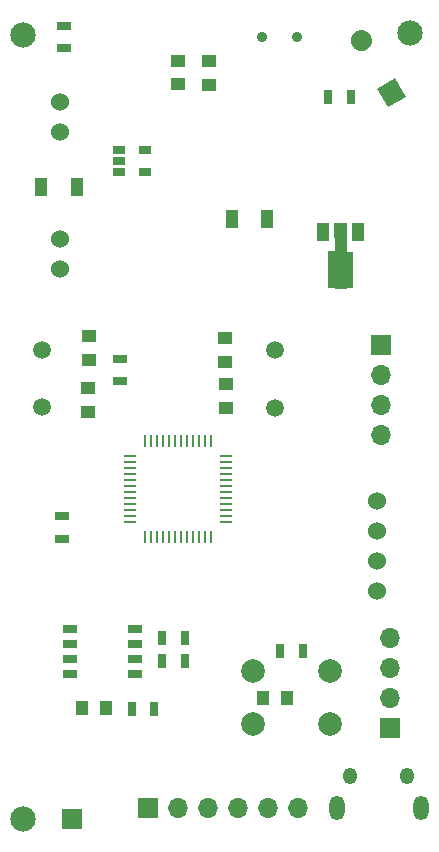
<source format=gbr>
G04 #@! TF.GenerationSoftware,KiCad,Pcbnew,5.1.6-c6e7f7d~87~ubuntu18.04.1*
G04 #@! TF.CreationDate,2021-04-09T16:44:34+05:30*
G04 #@! TF.ProjectId,Sensor_pcb_v4,53656e73-6f72-45f7-9063-625f76342e6b,rev?*
G04 #@! TF.SameCoordinates,Original*
G04 #@! TF.FileFunction,Soldermask,Bot*
G04 #@! TF.FilePolarity,Negative*
%FSLAX46Y46*%
G04 Gerber Fmt 4.6, Leading zero omitted, Abs format (unit mm)*
G04 Created by KiCad (PCBNEW 5.1.6-c6e7f7d~87~ubuntu18.04.1) date 2021-04-09 16:44:34*
%MOMM*%
%LPD*%
G01*
G04 APERTURE LIST*
%ADD10C,2.150000*%
%ADD11O,1.300000X2.100000*%
%ADD12O,1.200000X1.400000*%
%ADD13C,1.524000*%
%ADD14R,1.000000X1.500000*%
%ADD15C,0.100000*%
%ADD16R,1.700000X1.700000*%
%ADD17O,1.700000X1.700000*%
%ADD18R,1.000000X0.230000*%
%ADD19R,0.230000X1.000000*%
%ADD20C,0.900000*%
%ADD21R,1.300000X0.700000*%
%ADD22R,1.000000X1.600000*%
%ADD23R,1.000000X1.250000*%
%ADD24R,1.250000X1.000000*%
%ADD25R,0.700000X1.300000*%
%ADD26R,1.060000X0.650000*%
%ADD27C,1.500000*%
%ADD28C,2.000000*%
G04 APERTURE END LIST*
D10*
X25146000Y-87637600D03*
X57919600Y-21099800D03*
X25166300Y-21292800D03*
D11*
X51677600Y-86741000D03*
X58827600Y-86741000D03*
D12*
X52827600Y-83991000D03*
X57677600Y-83991000D03*
D13*
X28273100Y-26924300D03*
X28283100Y-29464300D03*
X28288400Y-38552500D03*
X28298400Y-41092500D03*
X55107500Y-60744100D03*
X55107500Y-63284100D03*
X55107500Y-65824100D03*
X55107500Y-68364100D03*
D14*
X50529400Y-37943700D03*
X53529400Y-37943700D03*
D15*
G36*
X51558949Y-37184620D02*
G01*
X51565211Y-37186266D01*
X51587513Y-37193700D01*
X52539400Y-37193700D01*
X52549155Y-37194661D01*
X52558534Y-37197506D01*
X52567179Y-37202127D01*
X52574755Y-37208345D01*
X52580973Y-37215921D01*
X52585594Y-37224566D01*
X52588439Y-37233945D01*
X52589400Y-37243700D01*
X52589400Y-39633700D01*
X53039400Y-39633700D01*
X53049155Y-39634661D01*
X53058534Y-39637506D01*
X53067179Y-39642127D01*
X53074755Y-39648345D01*
X53080973Y-39655921D01*
X53085594Y-39664566D01*
X53088439Y-39673945D01*
X53089400Y-39683531D01*
X53099400Y-42633531D01*
X53098472Y-42643288D01*
X53095659Y-42652677D01*
X53091067Y-42661337D01*
X53084875Y-42668935D01*
X53077319Y-42675179D01*
X53068691Y-42679829D01*
X53059321Y-42682706D01*
X53049400Y-42683700D01*
X52539400Y-42683700D01*
X52539400Y-42723700D01*
X51539400Y-42723700D01*
X51539400Y-42683700D01*
X50989400Y-42683700D01*
X50979645Y-42682739D01*
X50970266Y-42679894D01*
X50961621Y-42675273D01*
X50954045Y-42669055D01*
X50947827Y-42661479D01*
X50943206Y-42652834D01*
X50940361Y-42643455D01*
X50939400Y-42633700D01*
X50939400Y-39623700D01*
X50940361Y-39613945D01*
X50943206Y-39604566D01*
X50947827Y-39595921D01*
X50954045Y-39588345D01*
X50961621Y-39582127D01*
X50970266Y-39577506D01*
X50979645Y-39574661D01*
X50989400Y-39573700D01*
X51509190Y-39573700D01*
X51499400Y-37233909D01*
X51500320Y-37224151D01*
X51503126Y-37214759D01*
X51507711Y-37206096D01*
X51513897Y-37198493D01*
X51521448Y-37192243D01*
X51530073Y-37187586D01*
X51539440Y-37184702D01*
X51549191Y-37183700D01*
X51558949Y-37184620D01*
G37*
D16*
X35679400Y-86669900D03*
D17*
X38219400Y-86669900D03*
X40759400Y-86669900D03*
X43299400Y-86669900D03*
X45839400Y-86669900D03*
X48379400Y-86669900D03*
D18*
X42362100Y-57421800D03*
D19*
X41092100Y-63771800D03*
X40584100Y-63771800D03*
X40076100Y-63771800D03*
X39568100Y-63771800D03*
X39060100Y-63771800D03*
X38552100Y-63771800D03*
X38044100Y-63771800D03*
X37536100Y-63771800D03*
X37028100Y-63771800D03*
X36520100Y-63771800D03*
X36012100Y-63771800D03*
X35504100Y-63771800D03*
D18*
X34234100Y-62501800D03*
X34234100Y-61993800D03*
X34234100Y-60977800D03*
X34234100Y-60469800D03*
X34234100Y-59961800D03*
X34234100Y-59453800D03*
X34234100Y-58945800D03*
X34234100Y-58437800D03*
X34234100Y-57929800D03*
X34234100Y-57421800D03*
X34234100Y-56913800D03*
D19*
X36012100Y-55643800D03*
X36520100Y-55643800D03*
X37028100Y-55643800D03*
X37536100Y-55643800D03*
X38044100Y-55643800D03*
X38552100Y-55643800D03*
X39060100Y-55643800D03*
X39568100Y-55643800D03*
X40076100Y-55643800D03*
X40584100Y-55643800D03*
X41092100Y-55643800D03*
D18*
X42362100Y-56913800D03*
X42362100Y-57929800D03*
X42362100Y-58437800D03*
X42362100Y-58945800D03*
X42362100Y-59453800D03*
X42362100Y-59961800D03*
X42362100Y-60469800D03*
X42362100Y-60977800D03*
X42362100Y-61485800D03*
X42362100Y-61993800D03*
X42362100Y-62501800D03*
D19*
X35504100Y-55643800D03*
D18*
X34234100Y-61485800D03*
D20*
X45332500Y-21424900D03*
X48332500Y-21424900D03*
D21*
X28427700Y-63919100D03*
X28427700Y-62019100D03*
D16*
X56200000Y-79926200D03*
D17*
X56200000Y-77386200D03*
X56200000Y-74846200D03*
X56200000Y-72306200D03*
D22*
X29673700Y-34097000D03*
X26673700Y-34097000D03*
D16*
X29255700Y-87609700D03*
X55473600Y-47475100D03*
D17*
X55473600Y-50015100D03*
X55473600Y-52555100D03*
X55473600Y-55095100D03*
D23*
X47443900Y-77355700D03*
X45443900Y-77355700D03*
D24*
X42227500Y-48947600D03*
X42227500Y-46947600D03*
X42296100Y-50805800D03*
X42296100Y-52805800D03*
X30723800Y-46752000D03*
X30723800Y-48752000D03*
X30678100Y-51158900D03*
X30678100Y-53158900D03*
X38257500Y-25447500D03*
X38257500Y-23447500D03*
X40914300Y-25469600D03*
X40914300Y-23469600D03*
D25*
X46921400Y-73418700D03*
X48821400Y-73418700D03*
D21*
X33340000Y-50548600D03*
X33340000Y-48648600D03*
X28638500Y-20490100D03*
X28638500Y-22390100D03*
D25*
X52875200Y-26489700D03*
X50975200Y-26489700D03*
G36*
G01*
X54234500Y-22516614D02*
X54234500Y-22516614D01*
G75*
G02*
X53005077Y-22187191I-450000J779423D01*
G01*
X53005077Y-22187191D01*
G75*
G02*
X53334500Y-20957768I779423J450000D01*
G01*
X53334500Y-20957768D01*
G75*
G02*
X54563923Y-21287191I450000J-779423D01*
G01*
X54563923Y-21287191D01*
G75*
G02*
X54234500Y-22516614I-779423J-450000D01*
G01*
G37*
D15*
G36*
X57553923Y-26466023D02*
G01*
X55995077Y-27366023D01*
X55095077Y-25807177D01*
X56653923Y-24907177D01*
X57553923Y-26466023D01*
G37*
D26*
X33271300Y-32860000D03*
X33271300Y-31910000D03*
X33271300Y-30960000D03*
X35471300Y-30960000D03*
X35471300Y-32860000D03*
D27*
X46454100Y-52830100D03*
X46454100Y-47950100D03*
X26746200Y-47896800D03*
X26746200Y-52776800D03*
D28*
X44620000Y-79618800D03*
X44620000Y-75118800D03*
X51120000Y-79618800D03*
X51120000Y-75118800D03*
D22*
X42795100Y-36814800D03*
X45795100Y-36814800D03*
D23*
X32148000Y-78280300D03*
X30148000Y-78280300D03*
D21*
X34621900Y-74109600D03*
X34621900Y-75379600D03*
X34621900Y-72839600D03*
X34621900Y-71569600D03*
X29121900Y-74109600D03*
X29121900Y-75379600D03*
X29121900Y-72839600D03*
X29121900Y-71569600D03*
D25*
X36911200Y-74274700D03*
X38811200Y-74274700D03*
X38816300Y-72283300D03*
X36916300Y-72283300D03*
X36225500Y-78331100D03*
X34325500Y-78331100D03*
M02*

</source>
